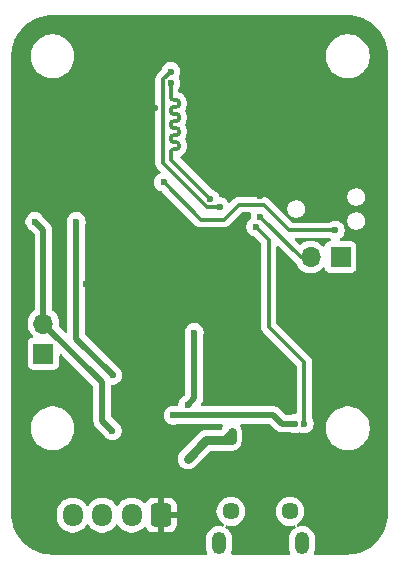
<source format=gbl>
G04 #@! TF.GenerationSoftware,KiCad,Pcbnew,9.0.0*
G04 #@! TF.CreationDate,2025-04-03T01:17:14-07:00*
G04 #@! TF.ProjectId,SDM25_IMU_STM32,53444d32-355f-4494-9d55-5f53544d3332,rev?*
G04 #@! TF.SameCoordinates,Original*
G04 #@! TF.FileFunction,Copper,L4,Bot*
G04 #@! TF.FilePolarity,Positive*
%FSLAX46Y46*%
G04 Gerber Fmt 4.6, Leading zero omitted, Abs format (unit mm)*
G04 Created by KiCad (PCBNEW 9.0.0) date 2025-04-03 01:17:14*
%MOMM*%
%LPD*%
G01*
G04 APERTURE LIST*
G04 Aperture macros list*
%AMRoundRect*
0 Rectangle with rounded corners*
0 $1 Rounding radius*
0 $2 $3 $4 $5 $6 $7 $8 $9 X,Y pos of 4 corners*
0 Add a 4 corners polygon primitive as box body*
4,1,4,$2,$3,$4,$5,$6,$7,$8,$9,$2,$3,0*
0 Add four circle primitives for the rounded corners*
1,1,$1+$1,$2,$3*
1,1,$1+$1,$4,$5*
1,1,$1+$1,$6,$7*
1,1,$1+$1,$8,$9*
0 Add four rect primitives between the rounded corners*
20,1,$1+$1,$2,$3,$4,$5,0*
20,1,$1+$1,$4,$5,$6,$7,0*
20,1,$1+$1,$6,$7,$8,$9,0*
20,1,$1+$1,$8,$9,$2,$3,0*%
G04 Aperture macros list end*
G04 #@! TA.AperFunction,ComponentPad*
%ADD10O,1.200000X1.900000*%
G04 #@! TD*
G04 #@! TA.AperFunction,ComponentPad*
%ADD11C,1.450000*%
G04 #@! TD*
G04 #@! TA.AperFunction,ComponentPad*
%ADD12R,1.700000X1.700000*%
G04 #@! TD*
G04 #@! TA.AperFunction,ComponentPad*
%ADD13O,1.700000X1.700000*%
G04 #@! TD*
G04 #@! TA.AperFunction,ComponentPad*
%ADD14RoundRect,0.250000X0.600000X0.725000X-0.600000X0.725000X-0.600000X-0.725000X0.600000X-0.725000X0*%
G04 #@! TD*
G04 #@! TA.AperFunction,ComponentPad*
%ADD15O,1.700000X1.950000*%
G04 #@! TD*
G04 #@! TA.AperFunction,ViaPad*
%ADD16C,0.600000*%
G04 #@! TD*
G04 #@! TA.AperFunction,ViaPad*
%ADD17C,0.700000*%
G04 #@! TD*
G04 #@! TA.AperFunction,Conductor*
%ADD18C,0.500000*%
G04 #@! TD*
G04 #@! TA.AperFunction,Conductor*
%ADD19C,0.300000*%
G04 #@! TD*
G04 #@! TA.AperFunction,Conductor*
%ADD20C,0.750000*%
G04 #@! TD*
G04 APERTURE END LIST*
D10*
X101100000Y-126237500D03*
D11*
X102100000Y-123537500D03*
X107100000Y-123537500D03*
D10*
X108100000Y-126237500D03*
D12*
X111375000Y-102000000D03*
D13*
X108835000Y-102000000D03*
D14*
X96200000Y-123850000D03*
D15*
X93700000Y-123850000D03*
X91200000Y-123850000D03*
X88700000Y-123850000D03*
D12*
X86225000Y-110175000D03*
D13*
X86225000Y-107635000D03*
D16*
X107500000Y-116100000D03*
X97200000Y-115400000D03*
X108300003Y-116100000D03*
X104200000Y-99450000D03*
X101900000Y-85100000D03*
X95000000Y-102000000D03*
X91000000Y-85000000D03*
X84250000Y-102750000D03*
X97000000Y-98000000D03*
X91700000Y-93100000D03*
X91000000Y-83500000D03*
X100550000Y-120150000D03*
X91000000Y-84250000D03*
X96000000Y-103000000D03*
X85000000Y-102750000D03*
D17*
X103800000Y-106600000D03*
X105968170Y-112575000D03*
D16*
X95150000Y-119550000D03*
X85000000Y-101950000D03*
X95000000Y-103000000D03*
X104950000Y-85050000D03*
X100000000Y-91950000D03*
X105900000Y-120100000D03*
X101500000Y-92650000D03*
X112750000Y-89650000D03*
X112000000Y-89650000D03*
D17*
X104868170Y-112575000D03*
D16*
X84250000Y-102000000D03*
X111250000Y-89650000D03*
X99850000Y-120150000D03*
X97000000Y-99000000D03*
X91750000Y-85000000D03*
X95700000Y-89420000D03*
X104600000Y-96800000D03*
X95000000Y-99000000D03*
X89800938Y-104263080D03*
D17*
X106600000Y-106600000D03*
X109868170Y-108975000D03*
D16*
X92400000Y-93100000D03*
X91750000Y-83450000D03*
X95150000Y-88850000D03*
X94450000Y-119550000D03*
X97000000Y-102000000D03*
X100750000Y-92650000D03*
X110700000Y-103800000D03*
X97000000Y-103000000D03*
X101500000Y-91950000D03*
X100750000Y-91950000D03*
D17*
X110700000Y-108975000D03*
D16*
X104900000Y-85900000D03*
X104950000Y-84250000D03*
X96000000Y-99000000D03*
X111250000Y-88950000D03*
X85000000Y-103500000D03*
X96000000Y-98000000D03*
X105900000Y-120850000D03*
X91750000Y-84250000D03*
X112560000Y-100240000D03*
X96000000Y-102000000D03*
X84250000Y-103500000D03*
X95000000Y-98000000D03*
X112750000Y-88950000D03*
X96800000Y-111500000D03*
X106900000Y-103100000D03*
X112000000Y-88950000D03*
X100000000Y-92650000D03*
X104600000Y-98590000D03*
X100350000Y-97100000D03*
X97000000Y-87300000D03*
X89000000Y-99000000D03*
X92100000Y-112000000D03*
X99000000Y-108394239D03*
X102150000Y-117525000D03*
X98450000Y-119100000D03*
X98450000Y-114500000D03*
X102150000Y-116825000D03*
X92050000Y-116700000D03*
X85500000Y-99000000D03*
X101150000Y-97750000D03*
X97000000Y-86300000D03*
X96390000Y-95660000D03*
X110930000Y-99740000D03*
D18*
X99000000Y-113950000D02*
X99000000Y-108394239D01*
X98450000Y-114500000D02*
X99000000Y-113950000D01*
X97200000Y-115400000D02*
X105700000Y-115400000D01*
X105700000Y-115400000D02*
X106400000Y-116100000D01*
X106400000Y-116100000D02*
X107500000Y-116100000D01*
D19*
X108300003Y-110900003D02*
X105300000Y-107900000D01*
X105300000Y-100550000D02*
X104200000Y-99450000D01*
X108300003Y-116100000D02*
X108300003Y-110900003D01*
X105300000Y-107900000D02*
X105300000Y-100550000D01*
X108010000Y-102000000D02*
X108835000Y-102000000D01*
X104600000Y-98590000D02*
X108010000Y-102000000D01*
X97710000Y-90130000D02*
X97710000Y-90250000D01*
X97470000Y-91690000D02*
X97240000Y-91690000D01*
X97240000Y-92290000D02*
X97470000Y-92290000D01*
X97240000Y-91090000D02*
X97470000Y-91090000D01*
X97000000Y-93750000D02*
X97350000Y-94100000D01*
X97470000Y-90490000D02*
X97240000Y-90490000D01*
X97240000Y-89890000D02*
X97470000Y-89890000D01*
X97470000Y-89290000D02*
X97240000Y-89290000D01*
X97710000Y-88930000D02*
X97710000Y-89050000D01*
X97240000Y-88690000D02*
X97470000Y-88690000D01*
X97710000Y-91330000D02*
X97710000Y-91450000D01*
X97470000Y-92890000D02*
X97240000Y-92890000D01*
X97000000Y-89530000D02*
X97000000Y-89650000D01*
X97710000Y-92530000D02*
X97710000Y-92650000D01*
X97000000Y-90730000D02*
X97000000Y-90850000D01*
X97000000Y-93130000D02*
X97000000Y-93250000D01*
X97350000Y-94100000D02*
X100350000Y-97100000D01*
X97000000Y-87300000D02*
X97000000Y-88450000D01*
X97000000Y-91930000D02*
X97000000Y-92050000D01*
X97000000Y-93250000D02*
X97000000Y-93750000D01*
X97470000Y-91090000D02*
G75*
G02*
X97710000Y-91330000I0J-240000D01*
G01*
X97000000Y-88450000D02*
G75*
G03*
X97240000Y-88690000I240000J0D01*
G01*
X97710000Y-92650000D02*
G75*
G02*
X97470000Y-92890000I-240000J0D01*
G01*
X97000000Y-90850000D02*
G75*
G03*
X97240000Y-91090000I240000J0D01*
G01*
X97000000Y-89650000D02*
G75*
G03*
X97240000Y-89890000I240000J0D01*
G01*
X97710000Y-91450000D02*
G75*
G02*
X97470000Y-91690000I-240000J0D01*
G01*
X97710000Y-89050000D02*
G75*
G02*
X97470000Y-89290000I-240000J0D01*
G01*
X97240000Y-89290000D02*
G75*
G03*
X97000000Y-89530000I0J-240000D01*
G01*
X97470000Y-92290000D02*
G75*
G02*
X97710000Y-92530000I0J-240000D01*
G01*
X97710000Y-90250000D02*
G75*
G02*
X97470000Y-90490000I-240000J0D01*
G01*
X97000000Y-92050000D02*
G75*
G03*
X97240000Y-92290000I240000J0D01*
G01*
X97240000Y-90490000D02*
G75*
G03*
X97000000Y-90730000I0J-240000D01*
G01*
X97470000Y-88690000D02*
G75*
G02*
X97710000Y-88930000I0J-240000D01*
G01*
X97240000Y-92890000D02*
G75*
G03*
X97000000Y-93130000I0J-240000D01*
G01*
X97470000Y-89890000D02*
G75*
G02*
X97710000Y-90130000I0J-240000D01*
G01*
X97240000Y-91690000D02*
G75*
G03*
X97000000Y-91930000I0J-240000D01*
G01*
D18*
X92100000Y-112000000D02*
X89000000Y-108900000D01*
X89000000Y-108900000D02*
X89000000Y-99000000D01*
D20*
X100025000Y-117525000D02*
X98450000Y-119100000D01*
D18*
X101450000Y-117525000D02*
X102150000Y-116825000D01*
D20*
X102150000Y-117525000D02*
X100025000Y-117525000D01*
D18*
X100025000Y-117525000D02*
X101450000Y-117525000D01*
D20*
X102150000Y-116825000D02*
X102150000Y-117525000D01*
D18*
X86225000Y-107635000D02*
X86225000Y-99725000D01*
X91200000Y-112610000D02*
X86225000Y-107635000D01*
X86225000Y-99725000D02*
X85500000Y-99000000D01*
X91200000Y-115850000D02*
X92050000Y-116700000D01*
X91200000Y-115850000D02*
X91200000Y-112610000D01*
D19*
X96350000Y-94019239D02*
X100080761Y-97750000D01*
X96350000Y-86950000D02*
X96350000Y-94019239D01*
X100080761Y-97750000D02*
X101150000Y-97750000D01*
X97000000Y-86300000D02*
X96350000Y-86950000D01*
X107050000Y-99740000D02*
X104880000Y-97570000D01*
X102750000Y-97570000D02*
X101470000Y-98850000D01*
X101470000Y-98850000D02*
X99580000Y-98850000D01*
X99580000Y-98850000D02*
X96390000Y-95660000D01*
X110930000Y-99740000D02*
X107050000Y-99740000D01*
X104880000Y-97570000D02*
X102750000Y-97570000D01*
G04 #@! TA.AperFunction,Conductor*
G36*
X111903032Y-81500648D02*
G01*
X112236929Y-81517052D01*
X112249037Y-81518245D01*
X112352146Y-81533539D01*
X112576699Y-81566849D01*
X112588617Y-81569219D01*
X112909951Y-81649709D01*
X112921588Y-81653240D01*
X112992806Y-81678722D01*
X113233467Y-81764832D01*
X113244688Y-81769479D01*
X113544163Y-81911120D01*
X113554871Y-81916844D01*
X113838988Y-82087137D01*
X113849106Y-82093897D01*
X114115170Y-82291224D01*
X114124576Y-82298944D01*
X114370013Y-82521395D01*
X114378604Y-82529986D01*
X114565755Y-82736475D01*
X114601055Y-82775423D01*
X114608775Y-82784829D01*
X114806102Y-83050893D01*
X114812862Y-83061011D01*
X114978149Y-83336777D01*
X114983148Y-83345116D01*
X114988883Y-83355844D01*
X115037229Y-83458064D01*
X115130514Y-83655297D01*
X115135170Y-83666540D01*
X115246759Y-83978411D01*
X115250292Y-83990055D01*
X115330777Y-84311369D01*
X115333151Y-84323305D01*
X115381754Y-84650962D01*
X115382947Y-84663071D01*
X115399351Y-84996966D01*
X115399500Y-85003051D01*
X115399500Y-123696948D01*
X115399351Y-123703033D01*
X115382947Y-124036928D01*
X115381754Y-124049037D01*
X115333151Y-124376694D01*
X115330777Y-124388630D01*
X115250292Y-124709944D01*
X115246759Y-124721588D01*
X115135170Y-125033459D01*
X115130514Y-125044702D01*
X114988885Y-125344151D01*
X114983148Y-125354883D01*
X114812862Y-125638988D01*
X114806102Y-125649106D01*
X114608775Y-125915170D01*
X114601055Y-125924576D01*
X114378611Y-126170006D01*
X114370006Y-126178611D01*
X114124576Y-126401055D01*
X114115170Y-126408775D01*
X113849106Y-126606102D01*
X113838988Y-126612862D01*
X113554883Y-126783148D01*
X113544151Y-126788885D01*
X113244702Y-126930514D01*
X113233459Y-126935170D01*
X112921588Y-127046759D01*
X112909944Y-127050292D01*
X112588630Y-127130777D01*
X112576694Y-127133151D01*
X112249037Y-127181754D01*
X112236928Y-127182947D01*
X111921989Y-127198419D01*
X111903031Y-127199351D01*
X111896949Y-127199500D01*
X109225640Y-127199500D01*
X109158601Y-127179815D01*
X109112846Y-127127011D01*
X109102902Y-127057853D01*
X109115155Y-127019206D01*
X109119870Y-127009950D01*
X109119873Y-127009945D01*
X109173402Y-126845201D01*
X109200500Y-126674111D01*
X109200500Y-125800889D01*
X109173402Y-125629799D01*
X109119873Y-125465055D01*
X109041232Y-125310712D01*
X108939414Y-125170572D01*
X108816928Y-125048086D01*
X108676788Y-124946268D01*
X108522445Y-124867627D01*
X108357701Y-124814098D01*
X108357699Y-124814097D01*
X108357698Y-124814097D01*
X108226271Y-124793281D01*
X108186611Y-124787000D01*
X108013389Y-124787000D01*
X107981192Y-124792099D01*
X107842301Y-124814097D01*
X107842299Y-124814097D01*
X107827207Y-124819001D01*
X107757366Y-124820993D01*
X107697535Y-124784909D01*
X107666710Y-124722207D01*
X107674678Y-124652793D01*
X107718909Y-124598706D01*
X107732591Y-124590588D01*
X107742302Y-124585641D01*
X107898359Y-124472259D01*
X108034759Y-124335859D01*
X108148141Y-124179802D01*
X108235715Y-124007929D01*
X108295324Y-123824472D01*
X108325500Y-123633949D01*
X108325500Y-123441051D01*
X108295324Y-123250528D01*
X108235715Y-123067071D01*
X108148141Y-122895198D01*
X108034759Y-122739141D01*
X107898359Y-122602741D01*
X107742302Y-122489359D01*
X107570429Y-122401785D01*
X107386972Y-122342176D01*
X107386970Y-122342175D01*
X107386969Y-122342175D01*
X107240614Y-122318995D01*
X107196449Y-122312000D01*
X107003551Y-122312000D01*
X106967697Y-122317678D01*
X106813030Y-122342175D01*
X106629568Y-122401786D01*
X106457697Y-122489359D01*
X106398066Y-122532684D01*
X106301641Y-122602741D01*
X106301639Y-122602743D01*
X106301638Y-122602743D01*
X106165243Y-122739138D01*
X106165243Y-122739139D01*
X106165241Y-122739141D01*
X106116756Y-122805875D01*
X106051859Y-122895197D01*
X105964286Y-123067068D01*
X105904675Y-123250530D01*
X105879615Y-123408757D01*
X105874500Y-123441051D01*
X105874500Y-123633949D01*
X105881495Y-123678114D01*
X105904675Y-123824469D01*
X105904676Y-123824472D01*
X105964285Y-124007929D01*
X106051859Y-124179802D01*
X106165241Y-124335859D01*
X106301641Y-124472259D01*
X106457698Y-124585641D01*
X106629571Y-124673215D01*
X106813028Y-124732824D01*
X107003551Y-124763000D01*
X107003552Y-124763000D01*
X107196448Y-124763000D01*
X107196449Y-124763000D01*
X107386972Y-124732824D01*
X107422020Y-124721435D01*
X107491858Y-124719440D01*
X107551691Y-124755520D01*
X107582520Y-124818221D01*
X107574556Y-124887635D01*
X107530328Y-124941725D01*
X107525132Y-124945090D01*
X107523223Y-124946259D01*
X107442223Y-125005110D01*
X107383072Y-125048086D01*
X107383070Y-125048088D01*
X107383069Y-125048088D01*
X107260588Y-125170569D01*
X107260588Y-125170570D01*
X107260586Y-125170572D01*
X107219912Y-125226555D01*
X107158768Y-125310711D01*
X107080128Y-125465052D01*
X107026597Y-125629802D01*
X106999500Y-125800889D01*
X106999500Y-126674110D01*
X107026597Y-126845197D01*
X107080129Y-127009950D01*
X107084845Y-127019206D01*
X107097741Y-127087875D01*
X107071464Y-127152615D01*
X107014358Y-127192872D01*
X106974360Y-127199500D01*
X102225640Y-127199500D01*
X102158601Y-127179815D01*
X102112846Y-127127011D01*
X102102902Y-127057853D01*
X102115155Y-127019206D01*
X102119870Y-127009950D01*
X102119873Y-127009945D01*
X102173402Y-126845201D01*
X102200500Y-126674111D01*
X102200500Y-125800889D01*
X102173402Y-125629799D01*
X102119873Y-125465055D01*
X102041232Y-125310712D01*
X101939414Y-125170572D01*
X101816928Y-125048086D01*
X101746858Y-124997177D01*
X101676786Y-124946266D01*
X101674874Y-124945095D01*
X101674299Y-124944460D01*
X101672846Y-124943404D01*
X101673067Y-124943098D01*
X101627998Y-124893284D01*
X101616575Y-124824354D01*
X101644231Y-124760191D01*
X101702187Y-124721166D01*
X101772040Y-124719669D01*
X101777952Y-124721427D01*
X101813028Y-124732824D01*
X102003551Y-124763000D01*
X102003552Y-124763000D01*
X102196448Y-124763000D01*
X102196449Y-124763000D01*
X102386972Y-124732824D01*
X102570429Y-124673215D01*
X102742302Y-124585641D01*
X102898359Y-124472259D01*
X103034759Y-124335859D01*
X103148141Y-124179802D01*
X103235715Y-124007929D01*
X103295324Y-123824472D01*
X103325500Y-123633949D01*
X103325500Y-123441051D01*
X103295324Y-123250528D01*
X103235715Y-123067071D01*
X103148141Y-122895198D01*
X103034759Y-122739141D01*
X102898359Y-122602741D01*
X102742302Y-122489359D01*
X102570429Y-122401785D01*
X102386972Y-122342176D01*
X102386970Y-122342175D01*
X102386969Y-122342175D01*
X102240614Y-122318995D01*
X102196449Y-122312000D01*
X102003551Y-122312000D01*
X101967697Y-122317678D01*
X101813030Y-122342175D01*
X101629568Y-122401786D01*
X101457697Y-122489359D01*
X101398066Y-122532684D01*
X101301641Y-122602741D01*
X101301639Y-122602743D01*
X101301638Y-122602743D01*
X101165243Y-122739138D01*
X101165243Y-122739139D01*
X101165241Y-122739141D01*
X101116756Y-122805875D01*
X101051859Y-122895197D01*
X100964286Y-123067068D01*
X100904675Y-123250530D01*
X100879615Y-123408757D01*
X100874500Y-123441051D01*
X100874500Y-123633949D01*
X100881495Y-123678114D01*
X100904675Y-123824469D01*
X100904676Y-123824472D01*
X100964285Y-124007929D01*
X101051859Y-124179802D01*
X101165241Y-124335859D01*
X101301641Y-124472259D01*
X101457698Y-124585641D01*
X101467394Y-124590581D01*
X101518192Y-124638553D01*
X101534990Y-124706373D01*
X101512456Y-124772509D01*
X101457742Y-124815963D01*
X101388222Y-124822938D01*
X101372790Y-124819000D01*
X101357703Y-124814098D01*
X101357698Y-124814097D01*
X101226271Y-124793281D01*
X101186611Y-124787000D01*
X101013389Y-124787000D01*
X100973728Y-124793281D01*
X100842302Y-124814097D01*
X100677552Y-124867628D01*
X100523211Y-124946268D01*
X100443256Y-125004359D01*
X100383072Y-125048086D01*
X100383070Y-125048088D01*
X100383069Y-125048088D01*
X100260588Y-125170569D01*
X100260588Y-125170570D01*
X100260586Y-125170572D01*
X100219912Y-125226555D01*
X100158768Y-125310711D01*
X100080128Y-125465052D01*
X100026597Y-125629802D01*
X99999500Y-125800889D01*
X99999500Y-126674110D01*
X100026597Y-126845197D01*
X100080129Y-127009950D01*
X100084845Y-127019206D01*
X100097741Y-127087875D01*
X100071464Y-127152615D01*
X100014358Y-127192872D01*
X99974360Y-127199500D01*
X87003051Y-127199500D01*
X86996968Y-127199351D01*
X86976900Y-127198365D01*
X86663071Y-127182947D01*
X86650962Y-127181754D01*
X86323305Y-127133151D01*
X86311369Y-127130777D01*
X85990055Y-127050292D01*
X85978411Y-127046759D01*
X85666540Y-126935170D01*
X85655301Y-126930515D01*
X85355844Y-126788883D01*
X85345121Y-126783150D01*
X85061011Y-126612862D01*
X85050893Y-126606102D01*
X84784829Y-126408775D01*
X84775423Y-126401055D01*
X84736475Y-126365755D01*
X84529986Y-126178604D01*
X84521395Y-126170013D01*
X84298944Y-125924576D01*
X84291224Y-125915170D01*
X84093897Y-125649106D01*
X84087137Y-125638988D01*
X84081631Y-125629802D01*
X83916844Y-125354871D01*
X83911120Y-125344163D01*
X83769479Y-125044688D01*
X83764829Y-125033459D01*
X83754685Y-125005109D01*
X83687008Y-124815963D01*
X83653240Y-124721588D01*
X83649707Y-124709944D01*
X83640507Y-124673215D01*
X83569219Y-124388617D01*
X83566848Y-124376694D01*
X83554378Y-124292630D01*
X83518245Y-124049037D01*
X83517052Y-124036927D01*
X83515627Y-124007929D01*
X83500649Y-123703032D01*
X83500500Y-123696948D01*
X83500500Y-123618713D01*
X87349500Y-123618713D01*
X87349500Y-124081287D01*
X87382754Y-124291243D01*
X87412476Y-124382719D01*
X87448444Y-124493414D01*
X87544951Y-124682820D01*
X87669890Y-124854786D01*
X87820213Y-125005109D01*
X87992179Y-125130048D01*
X87992181Y-125130049D01*
X87992184Y-125130051D01*
X88181588Y-125226557D01*
X88383757Y-125292246D01*
X88593713Y-125325500D01*
X88593714Y-125325500D01*
X88806286Y-125325500D01*
X88806287Y-125325500D01*
X89016243Y-125292246D01*
X89218412Y-125226557D01*
X89407816Y-125130051D01*
X89429789Y-125114086D01*
X89579786Y-125005109D01*
X89579788Y-125005106D01*
X89579792Y-125005104D01*
X89730104Y-124854792D01*
X89849683Y-124690204D01*
X89905011Y-124647540D01*
X89974624Y-124641561D01*
X90036420Y-124674166D01*
X90050313Y-124690199D01*
X90145340Y-124820993D01*
X90169896Y-124854792D01*
X90320213Y-125005109D01*
X90492179Y-125130048D01*
X90492181Y-125130049D01*
X90492184Y-125130051D01*
X90681588Y-125226557D01*
X90883757Y-125292246D01*
X91093713Y-125325500D01*
X91093714Y-125325500D01*
X91306286Y-125325500D01*
X91306287Y-125325500D01*
X91516243Y-125292246D01*
X91718412Y-125226557D01*
X91907816Y-125130051D01*
X91929789Y-125114086D01*
X92079786Y-125005109D01*
X92079788Y-125005106D01*
X92079792Y-125005104D01*
X92230104Y-124854792D01*
X92349683Y-124690204D01*
X92405011Y-124647540D01*
X92474624Y-124641561D01*
X92536420Y-124674166D01*
X92550313Y-124690199D01*
X92645340Y-124820993D01*
X92669896Y-124854792D01*
X92820213Y-125005109D01*
X92992179Y-125130048D01*
X92992181Y-125130049D01*
X92992184Y-125130051D01*
X93181588Y-125226557D01*
X93383757Y-125292246D01*
X93593713Y-125325500D01*
X93593714Y-125325500D01*
X93806286Y-125325500D01*
X93806287Y-125325500D01*
X94016243Y-125292246D01*
X94218412Y-125226557D01*
X94407816Y-125130051D01*
X94525290Y-125044702D01*
X94579784Y-125005110D01*
X94579784Y-125005109D01*
X94579792Y-125005104D01*
X94718967Y-124865928D01*
X94780286Y-124832446D01*
X94849978Y-124837430D01*
X94905912Y-124879301D01*
X94912184Y-124888515D01*
X95007684Y-125043345D01*
X95131654Y-125167315D01*
X95280875Y-125259356D01*
X95280880Y-125259358D01*
X95447302Y-125314505D01*
X95447309Y-125314506D01*
X95550019Y-125324999D01*
X95949999Y-125324999D01*
X95950000Y-125324998D01*
X95950000Y-124254145D01*
X96016657Y-124292630D01*
X96137465Y-124325000D01*
X96262535Y-124325000D01*
X96383343Y-124292630D01*
X96450000Y-124254145D01*
X96450000Y-125324999D01*
X96849972Y-125324999D01*
X96849986Y-125324998D01*
X96952697Y-125314505D01*
X97119119Y-125259358D01*
X97119124Y-125259356D01*
X97268345Y-125167315D01*
X97392315Y-125043345D01*
X97484356Y-124894124D01*
X97484358Y-124894119D01*
X97539505Y-124727697D01*
X97539506Y-124727690D01*
X97549999Y-124624986D01*
X97550000Y-124624973D01*
X97550000Y-124100000D01*
X96604146Y-124100000D01*
X96642630Y-124033343D01*
X96675000Y-123912535D01*
X96675000Y-123787465D01*
X96642630Y-123666657D01*
X96604146Y-123600000D01*
X97549999Y-123600000D01*
X97549999Y-123075028D01*
X97549998Y-123075013D01*
X97539505Y-122972302D01*
X97484358Y-122805880D01*
X97484356Y-122805875D01*
X97392315Y-122656654D01*
X97268345Y-122532684D01*
X97119124Y-122440643D01*
X97119119Y-122440641D01*
X96952697Y-122385494D01*
X96952690Y-122385493D01*
X96849986Y-122375000D01*
X96450000Y-122375000D01*
X96450000Y-123445854D01*
X96383343Y-123407370D01*
X96262535Y-123375000D01*
X96137465Y-123375000D01*
X96016657Y-123407370D01*
X95950000Y-123445854D01*
X95950000Y-122375000D01*
X95550028Y-122375000D01*
X95550012Y-122375001D01*
X95447302Y-122385494D01*
X95280880Y-122440641D01*
X95280875Y-122440643D01*
X95131654Y-122532684D01*
X95007683Y-122656655D01*
X95007680Y-122656659D01*
X94912183Y-122811484D01*
X94860235Y-122858209D01*
X94791273Y-122869430D01*
X94727191Y-122841587D01*
X94718964Y-122834068D01*
X94579786Y-122694890D01*
X94407820Y-122569951D01*
X94218414Y-122473444D01*
X94218413Y-122473443D01*
X94218412Y-122473443D01*
X94016243Y-122407754D01*
X94016241Y-122407753D01*
X94016240Y-122407753D01*
X93854957Y-122382208D01*
X93806287Y-122374500D01*
X93593713Y-122374500D01*
X93545042Y-122382208D01*
X93383760Y-122407753D01*
X93181585Y-122473444D01*
X92992179Y-122569951D01*
X92820213Y-122694890D01*
X92669894Y-122845209D01*
X92669890Y-122845214D01*
X92550318Y-123009793D01*
X92494989Y-123052459D01*
X92425375Y-123058438D01*
X92363580Y-123025833D01*
X92349682Y-123009793D01*
X92230109Y-122845214D01*
X92230105Y-122845209D01*
X92079786Y-122694890D01*
X91907820Y-122569951D01*
X91718414Y-122473444D01*
X91718413Y-122473443D01*
X91718412Y-122473443D01*
X91516243Y-122407754D01*
X91516241Y-122407753D01*
X91516240Y-122407753D01*
X91354957Y-122382208D01*
X91306287Y-122374500D01*
X91093713Y-122374500D01*
X91045042Y-122382208D01*
X90883760Y-122407753D01*
X90681585Y-122473444D01*
X90492179Y-122569951D01*
X90320213Y-122694890D01*
X90169894Y-122845209D01*
X90169890Y-122845214D01*
X90050318Y-123009793D01*
X89994989Y-123052459D01*
X89925375Y-123058438D01*
X89863580Y-123025833D01*
X89849682Y-123009793D01*
X89730109Y-122845214D01*
X89730105Y-122845209D01*
X89579786Y-122694890D01*
X89407820Y-122569951D01*
X89218414Y-122473444D01*
X89218413Y-122473443D01*
X89218412Y-122473443D01*
X89016243Y-122407754D01*
X89016241Y-122407753D01*
X89016240Y-122407753D01*
X88854957Y-122382208D01*
X88806287Y-122374500D01*
X88593713Y-122374500D01*
X88545042Y-122382208D01*
X88383760Y-122407753D01*
X88181585Y-122473444D01*
X87992179Y-122569951D01*
X87820213Y-122694890D01*
X87669890Y-122845213D01*
X87544951Y-123017179D01*
X87448444Y-123206585D01*
X87382753Y-123408760D01*
X87377639Y-123441051D01*
X87349500Y-123618713D01*
X83500500Y-123618713D01*
X83500500Y-116378711D01*
X85149500Y-116378711D01*
X85149500Y-116621288D01*
X85181161Y-116861785D01*
X85243947Y-117096104D01*
X85336773Y-117320205D01*
X85336776Y-117320212D01*
X85458064Y-117530289D01*
X85458066Y-117530292D01*
X85458067Y-117530293D01*
X85605733Y-117722736D01*
X85605739Y-117722743D01*
X85777256Y-117894260D01*
X85777263Y-117894266D01*
X85890321Y-117981018D01*
X85969711Y-118041936D01*
X86179788Y-118163224D01*
X86403900Y-118256054D01*
X86638211Y-118318838D01*
X86818586Y-118342584D01*
X86878711Y-118350500D01*
X86878712Y-118350500D01*
X87121289Y-118350500D01*
X87169388Y-118344167D01*
X87361789Y-118318838D01*
X87596100Y-118256054D01*
X87820212Y-118163224D01*
X88030289Y-118041936D01*
X88222738Y-117894265D01*
X88394265Y-117722738D01*
X88541936Y-117530289D01*
X88663224Y-117320212D01*
X88756054Y-117096100D01*
X88818838Y-116861789D01*
X88850500Y-116621288D01*
X88850500Y-116378712D01*
X88818838Y-116138211D01*
X88756054Y-115903900D01*
X88663224Y-115679788D01*
X88541936Y-115469711D01*
X88394265Y-115277262D01*
X88394260Y-115277256D01*
X88222743Y-115105739D01*
X88222736Y-115105733D01*
X88030293Y-114958067D01*
X88030292Y-114958066D01*
X88030289Y-114958064D01*
X87820212Y-114836776D01*
X87772594Y-114817052D01*
X87596104Y-114743947D01*
X87361785Y-114681161D01*
X87121289Y-114649500D01*
X87121288Y-114649500D01*
X86878712Y-114649500D01*
X86878711Y-114649500D01*
X86638214Y-114681161D01*
X86403895Y-114743947D01*
X86179794Y-114836773D01*
X86179785Y-114836777D01*
X85969706Y-114958067D01*
X85777263Y-115105733D01*
X85777256Y-115105739D01*
X85605739Y-115277256D01*
X85605733Y-115277263D01*
X85458067Y-115469706D01*
X85336777Y-115679785D01*
X85336773Y-115679794D01*
X85243947Y-115903895D01*
X85181161Y-116138214D01*
X85149500Y-116378711D01*
X83500500Y-116378711D01*
X83500500Y-98921153D01*
X84699500Y-98921153D01*
X84699500Y-99078846D01*
X84730261Y-99233489D01*
X84730264Y-99233501D01*
X84790602Y-99379172D01*
X84790609Y-99379185D01*
X84878210Y-99510288D01*
X84878213Y-99510292D01*
X84989710Y-99621789D01*
X85082051Y-99683489D01*
X85120821Y-99709394D01*
X85144475Y-99719191D01*
X85184703Y-99746071D01*
X85438181Y-99999549D01*
X85471666Y-100060872D01*
X85474500Y-100087230D01*
X85474500Y-106447779D01*
X85454815Y-106514818D01*
X85423385Y-106548097D01*
X85345211Y-106604893D01*
X85345205Y-106604898D01*
X85194890Y-106755213D01*
X85069951Y-106927179D01*
X84973444Y-107116585D01*
X84907753Y-107318760D01*
X84874500Y-107528713D01*
X84874500Y-107741286D01*
X84907752Y-107951234D01*
X84907753Y-107951239D01*
X84907754Y-107951243D01*
X84951577Y-108086117D01*
X84973444Y-108153414D01*
X85069951Y-108342820D01*
X85194890Y-108514786D01*
X85308430Y-108628326D01*
X85341915Y-108689649D01*
X85336931Y-108759341D01*
X85295059Y-108815274D01*
X85264083Y-108832189D01*
X85132669Y-108881203D01*
X85132664Y-108881206D01*
X85017455Y-108967452D01*
X85017452Y-108967455D01*
X84931206Y-109082664D01*
X84931202Y-109082671D01*
X84880908Y-109217517D01*
X84874501Y-109277116D01*
X84874500Y-109277135D01*
X84874500Y-111072870D01*
X84874501Y-111072876D01*
X84880908Y-111132483D01*
X84931202Y-111267328D01*
X84931206Y-111267335D01*
X85017452Y-111382544D01*
X85017455Y-111382547D01*
X85132664Y-111468793D01*
X85132671Y-111468797D01*
X85267517Y-111519091D01*
X85267516Y-111519091D01*
X85274444Y-111519835D01*
X85327127Y-111525500D01*
X87122872Y-111525499D01*
X87182483Y-111519091D01*
X87317331Y-111468796D01*
X87432546Y-111382546D01*
X87518796Y-111267331D01*
X87569091Y-111132483D01*
X87575500Y-111072873D01*
X87575499Y-110346228D01*
X87595183Y-110279190D01*
X87647987Y-110233435D01*
X87717146Y-110223491D01*
X87780702Y-110252516D01*
X87787180Y-110258548D01*
X90413181Y-112884548D01*
X90446666Y-112945871D01*
X90449500Y-112972229D01*
X90449500Y-115923918D01*
X90449500Y-115923920D01*
X90449499Y-115923920D01*
X90478340Y-116068907D01*
X90478343Y-116068917D01*
X90534912Y-116205488D01*
X90534918Y-116205499D01*
X90545664Y-116221580D01*
X90545666Y-116221585D01*
X90617046Y-116328414D01*
X90617052Y-116328421D01*
X91303927Y-117015295D01*
X91330806Y-117055521D01*
X91340606Y-117079179D01*
X91340607Y-117079181D01*
X91428207Y-117210284D01*
X91428213Y-117210292D01*
X91539707Y-117321786D01*
X91539711Y-117321789D01*
X91670814Y-117409390D01*
X91670827Y-117409397D01*
X91816498Y-117469735D01*
X91816503Y-117469737D01*
X91971153Y-117500499D01*
X91971156Y-117500500D01*
X91971158Y-117500500D01*
X92128844Y-117500500D01*
X92128845Y-117500499D01*
X92283497Y-117469737D01*
X92429179Y-117409394D01*
X92560289Y-117321789D01*
X92671789Y-117210289D01*
X92759394Y-117079179D01*
X92819737Y-116933497D01*
X92850500Y-116778842D01*
X92850500Y-116621158D01*
X92850500Y-116621155D01*
X92850499Y-116621153D01*
X92840251Y-116569633D01*
X92819737Y-116466503D01*
X92764645Y-116333497D01*
X92759397Y-116320827D01*
X92759390Y-116320814D01*
X92671789Y-116189711D01*
X92671786Y-116189707D01*
X92560292Y-116078213D01*
X92560284Y-116078207D01*
X92429181Y-115990607D01*
X92429179Y-115990606D01*
X92405521Y-115980806D01*
X92365295Y-115953927D01*
X91986819Y-115575451D01*
X91953334Y-115514128D01*
X91950500Y-115487770D01*
X91950500Y-112924500D01*
X91970185Y-112857461D01*
X92022989Y-112811706D01*
X92074500Y-112800500D01*
X92178844Y-112800500D01*
X92178845Y-112800499D01*
X92333497Y-112769737D01*
X92479179Y-112709394D01*
X92610289Y-112621789D01*
X92721789Y-112510289D01*
X92809394Y-112379179D01*
X92869737Y-112233497D01*
X92900500Y-112078842D01*
X92900500Y-111921158D01*
X92900500Y-111921155D01*
X92900499Y-111921153D01*
X92869738Y-111766510D01*
X92869737Y-111766503D01*
X92869735Y-111766498D01*
X92809397Y-111620827D01*
X92809390Y-111620814D01*
X92721789Y-111489711D01*
X92721786Y-111489707D01*
X92610292Y-111378213D01*
X92610288Y-111378210D01*
X92479185Y-111290609D01*
X92479175Y-111290604D01*
X92455523Y-111280807D01*
X92415295Y-111253927D01*
X89786819Y-108625451D01*
X89753334Y-108564128D01*
X89750500Y-108537770D01*
X89750500Y-99304604D01*
X89759939Y-99257151D01*
X89764317Y-99246581D01*
X89769737Y-99233497D01*
X89800500Y-99078842D01*
X89800500Y-98921158D01*
X89800500Y-98921155D01*
X89800499Y-98921153D01*
X89782013Y-98828217D01*
X89769737Y-98766503D01*
X89733824Y-98679800D01*
X89709397Y-98620827D01*
X89709390Y-98620814D01*
X89621789Y-98489711D01*
X89621786Y-98489707D01*
X89510292Y-98378213D01*
X89510288Y-98378210D01*
X89379185Y-98290609D01*
X89379172Y-98290602D01*
X89233501Y-98230264D01*
X89233489Y-98230261D01*
X89078845Y-98199500D01*
X89078842Y-98199500D01*
X88921158Y-98199500D01*
X88921155Y-98199500D01*
X88766510Y-98230261D01*
X88766498Y-98230264D01*
X88620827Y-98290602D01*
X88620814Y-98290609D01*
X88489711Y-98378210D01*
X88489707Y-98378213D01*
X88378213Y-98489707D01*
X88378210Y-98489711D01*
X88290609Y-98620814D01*
X88290602Y-98620827D01*
X88230264Y-98766498D01*
X88230261Y-98766510D01*
X88199500Y-98921153D01*
X88199500Y-99078846D01*
X88230261Y-99233489D01*
X88230263Y-99233497D01*
X88240061Y-99257151D01*
X88249500Y-99304604D01*
X88249500Y-108298770D01*
X88229815Y-108365809D01*
X88177011Y-108411564D01*
X88107853Y-108421508D01*
X88044297Y-108392483D01*
X88037819Y-108386451D01*
X87595175Y-107943807D01*
X87561690Y-107882484D01*
X87560383Y-107836728D01*
X87575500Y-107741285D01*
X87575500Y-107528713D01*
X87542246Y-107318760D01*
X87542246Y-107318757D01*
X87476557Y-107116588D01*
X87380051Y-106927184D01*
X87380049Y-106927181D01*
X87380048Y-106927179D01*
X87255109Y-106755213D01*
X87104794Y-106604898D01*
X87104788Y-106604893D01*
X87026615Y-106548097D01*
X86983949Y-106492767D01*
X86975500Y-106447779D01*
X86975500Y-99651079D01*
X86946659Y-99506092D01*
X86946658Y-99506091D01*
X86946658Y-99506087D01*
X86890084Y-99369505D01*
X86845827Y-99303269D01*
X86845827Y-99303268D01*
X86807950Y-99246581D01*
X86807947Y-99246578D01*
X86246071Y-98684703D01*
X86219191Y-98644475D01*
X86209394Y-98620821D01*
X86192088Y-98594921D01*
X86121789Y-98489710D01*
X86010292Y-98378213D01*
X86010288Y-98378210D01*
X85879185Y-98290609D01*
X85879172Y-98290602D01*
X85733501Y-98230264D01*
X85733489Y-98230261D01*
X85578845Y-98199500D01*
X85578842Y-98199500D01*
X85421158Y-98199500D01*
X85421155Y-98199500D01*
X85266510Y-98230261D01*
X85266498Y-98230264D01*
X85120827Y-98290602D01*
X85120814Y-98290609D01*
X84989711Y-98378210D01*
X84989707Y-98378213D01*
X84878213Y-98489707D01*
X84878210Y-98489711D01*
X84790609Y-98620814D01*
X84790602Y-98620827D01*
X84730264Y-98766498D01*
X84730261Y-98766510D01*
X84699500Y-98921153D01*
X83500500Y-98921153D01*
X83500500Y-95581153D01*
X95589500Y-95581153D01*
X95589500Y-95738846D01*
X95620261Y-95893489D01*
X95620264Y-95893501D01*
X95680602Y-96039172D01*
X95680609Y-96039185D01*
X95768210Y-96170288D01*
X95768213Y-96170292D01*
X95879707Y-96281786D01*
X95879711Y-96281789D01*
X96010814Y-96369390D01*
X96010827Y-96369397D01*
X96098230Y-96405599D01*
X96156503Y-96429737D01*
X96223580Y-96443079D01*
X96285488Y-96475461D01*
X96287068Y-96477014D01*
X99165324Y-99355271D01*
X99165327Y-99355274D01*
X99254220Y-99414670D01*
X99271873Y-99426465D01*
X99390256Y-99475501D01*
X99390260Y-99475501D01*
X99390261Y-99475502D01*
X99515928Y-99500500D01*
X99515931Y-99500500D01*
X101534071Y-99500500D01*
X101618615Y-99483682D01*
X101659744Y-99475501D01*
X101778127Y-99426465D01*
X101795780Y-99414670D01*
X101795781Y-99414670D01*
X101863375Y-99369505D01*
X101884669Y-99355277D01*
X102983127Y-98256819D01*
X103044450Y-98223334D01*
X103070808Y-98220500D01*
X103706221Y-98220500D01*
X103773260Y-98240185D01*
X103819015Y-98292989D01*
X103828959Y-98362147D01*
X103827838Y-98368691D01*
X103799500Y-98511153D01*
X103799500Y-98668843D01*
X103800097Y-98674905D01*
X103797417Y-98675168D01*
X103792159Y-98733216D01*
X103749237Y-98788346D01*
X103745712Y-98790790D01*
X103689713Y-98828208D01*
X103689704Y-98828217D01*
X103578213Y-98939707D01*
X103578210Y-98939711D01*
X103490609Y-99070814D01*
X103490602Y-99070827D01*
X103430264Y-99216498D01*
X103430261Y-99216510D01*
X103399500Y-99371153D01*
X103399500Y-99528846D01*
X103430261Y-99683489D01*
X103430264Y-99683501D01*
X103490602Y-99829172D01*
X103490609Y-99829185D01*
X103578210Y-99960288D01*
X103578213Y-99960292D01*
X103689707Y-100071786D01*
X103689711Y-100071789D01*
X103820814Y-100159390D01*
X103820827Y-100159397D01*
X103908230Y-100195599D01*
X103966503Y-100219737D01*
X104033580Y-100233079D01*
X104095490Y-100265463D01*
X104097069Y-100267015D01*
X104613181Y-100783127D01*
X104646666Y-100844450D01*
X104649500Y-100870808D01*
X104649500Y-107964070D01*
X104673774Y-108086095D01*
X104673776Y-108086117D01*
X104673778Y-108086117D01*
X104674498Y-108089744D01*
X104723533Y-108208125D01*
X104794726Y-108314673D01*
X104794727Y-108314674D01*
X107613184Y-111133130D01*
X107646669Y-111194453D01*
X107649503Y-111220811D01*
X107649503Y-115175500D01*
X107629818Y-115242539D01*
X107577014Y-115288294D01*
X107525503Y-115299500D01*
X107421155Y-115299500D01*
X107266511Y-115330260D01*
X107266506Y-115330262D01*
X107266504Y-115330262D01*
X107266503Y-115330263D01*
X107242844Y-115340062D01*
X107195396Y-115349500D01*
X106762229Y-115349500D01*
X106695190Y-115329815D01*
X106674548Y-115313181D01*
X106178421Y-114817052D01*
X106178414Y-114817046D01*
X106104729Y-114767812D01*
X106104729Y-114767813D01*
X106055491Y-114734913D01*
X105918917Y-114678343D01*
X105918907Y-114678340D01*
X105773920Y-114649500D01*
X105773918Y-114649500D01*
X99661230Y-114649500D01*
X99594191Y-114629815D01*
X99548436Y-114577011D01*
X99538492Y-114507853D01*
X99567517Y-114444297D01*
X99573549Y-114437819D01*
X99582948Y-114428419D01*
X99582951Y-114428416D01*
X99665084Y-114305495D01*
X99721658Y-114168913D01*
X99731224Y-114120821D01*
X99750500Y-114023918D01*
X99750500Y-108698843D01*
X99759939Y-108651390D01*
X99769737Y-108627736D01*
X99800500Y-108473081D01*
X99800500Y-108315397D01*
X99800500Y-108315394D01*
X99800499Y-108315392D01*
X99797193Y-108298770D01*
X99769737Y-108160742D01*
X99738827Y-108086117D01*
X99709397Y-108015066D01*
X99709390Y-108015053D01*
X99621789Y-107883950D01*
X99621786Y-107883946D01*
X99510292Y-107772452D01*
X99510288Y-107772449D01*
X99379185Y-107684848D01*
X99379172Y-107684841D01*
X99233501Y-107624503D01*
X99233489Y-107624500D01*
X99078845Y-107593739D01*
X99078842Y-107593739D01*
X98921158Y-107593739D01*
X98921155Y-107593739D01*
X98766510Y-107624500D01*
X98766498Y-107624503D01*
X98620827Y-107684841D01*
X98620814Y-107684848D01*
X98489711Y-107772449D01*
X98489707Y-107772452D01*
X98378213Y-107883946D01*
X98378210Y-107883950D01*
X98290609Y-108015053D01*
X98290602Y-108015066D01*
X98230264Y-108160737D01*
X98230261Y-108160749D01*
X98199500Y-108315392D01*
X98199500Y-108473085D01*
X98230261Y-108627728D01*
X98230263Y-108627736D01*
X98240061Y-108651390D01*
X98249500Y-108698843D01*
X98249500Y-113587770D01*
X98240855Y-113617207D01*
X98234332Y-113647198D01*
X98230576Y-113652214D01*
X98229815Y-113654809D01*
X98213185Y-113675446D01*
X98134704Y-113753928D01*
X98094478Y-113780806D01*
X98070826Y-113790603D01*
X98070814Y-113790609D01*
X97939711Y-113878210D01*
X97939707Y-113878213D01*
X97828213Y-113989707D01*
X97828210Y-113989711D01*
X97740609Y-114120814D01*
X97740605Y-114120823D01*
X97680264Y-114266498D01*
X97680261Y-114266510D01*
X97649500Y-114421153D01*
X97649500Y-114525500D01*
X97646949Y-114534185D01*
X97648238Y-114543147D01*
X97637259Y-114567187D01*
X97629815Y-114592539D01*
X97622974Y-114598466D01*
X97619213Y-114606703D01*
X97596978Y-114620992D01*
X97577011Y-114638294D01*
X97566496Y-114640581D01*
X97560435Y-114644477D01*
X97525500Y-114649500D01*
X97504604Y-114649500D01*
X97457155Y-114640062D01*
X97433497Y-114630263D01*
X97433493Y-114630262D01*
X97433488Y-114630260D01*
X97278845Y-114599500D01*
X97278842Y-114599500D01*
X97121158Y-114599500D01*
X97121155Y-114599500D01*
X96966510Y-114630261D01*
X96966498Y-114630264D01*
X96820827Y-114690602D01*
X96820814Y-114690609D01*
X96689711Y-114778210D01*
X96689707Y-114778213D01*
X96578213Y-114889707D01*
X96578210Y-114889711D01*
X96490609Y-115020814D01*
X96490602Y-115020827D01*
X96430264Y-115166498D01*
X96430261Y-115166510D01*
X96399500Y-115321153D01*
X96399500Y-115478846D01*
X96430261Y-115633489D01*
X96430264Y-115633501D01*
X96490602Y-115779172D01*
X96490609Y-115779185D01*
X96578210Y-115910288D01*
X96578213Y-115910292D01*
X96689707Y-116021786D01*
X96689711Y-116021789D01*
X96820814Y-116109390D01*
X96820827Y-116109397D01*
X96920060Y-116150500D01*
X96966503Y-116169737D01*
X97121153Y-116200499D01*
X97121156Y-116200500D01*
X97121158Y-116200500D01*
X97278844Y-116200500D01*
X97278845Y-116200499D01*
X97355152Y-116185320D01*
X97433488Y-116169739D01*
X97433489Y-116169738D01*
X97433497Y-116169737D01*
X97457155Y-116159937D01*
X97504604Y-116150500D01*
X101315743Y-116150500D01*
X101382782Y-116170185D01*
X101428537Y-116222989D01*
X101438481Y-116292147D01*
X101418845Y-116343391D01*
X101374145Y-116410288D01*
X101374140Y-116410297D01*
X101306767Y-116572953D01*
X101262926Y-116627356D01*
X101196632Y-116649421D01*
X101192206Y-116649500D01*
X99938768Y-116649500D01*
X99769633Y-116683143D01*
X99769621Y-116683146D01*
X99610301Y-116749138D01*
X99610288Y-116749145D01*
X99466901Y-116844954D01*
X99466897Y-116844957D01*
X97769957Y-118541897D01*
X97769954Y-118541901D01*
X97674145Y-118685288D01*
X97674138Y-118685301D01*
X97608146Y-118844621D01*
X97608143Y-118844633D01*
X97574500Y-119013766D01*
X97574500Y-119186233D01*
X97608143Y-119355366D01*
X97608146Y-119355378D01*
X97674138Y-119514698D01*
X97674145Y-119514711D01*
X97769954Y-119658098D01*
X97769957Y-119658102D01*
X97891897Y-119780042D01*
X97891901Y-119780045D01*
X98035288Y-119875854D01*
X98035301Y-119875861D01*
X98194621Y-119941853D01*
X98194626Y-119941855D01*
X98363766Y-119975499D01*
X98363769Y-119975500D01*
X98363771Y-119975500D01*
X98536231Y-119975500D01*
X98536232Y-119975499D01*
X98705374Y-119941855D01*
X98864705Y-119875858D01*
X99008099Y-119780045D01*
X100351325Y-118436819D01*
X100412648Y-118403334D01*
X100439006Y-118400500D01*
X102236231Y-118400500D01*
X102236232Y-118400499D01*
X102405374Y-118366855D01*
X102564705Y-118300858D01*
X102708099Y-118205045D01*
X102830045Y-118083099D01*
X102925858Y-117939705D01*
X102991855Y-117780374D01*
X103025500Y-117611229D01*
X103025500Y-116738771D01*
X103025500Y-116738768D01*
X103025499Y-116738766D01*
X103022121Y-116721786D01*
X102991855Y-116569626D01*
X102949138Y-116466498D01*
X102925861Y-116410301D01*
X102925854Y-116410288D01*
X102881155Y-116343391D01*
X102860277Y-116276713D01*
X102878762Y-116209333D01*
X102930741Y-116162643D01*
X102984257Y-116150500D01*
X105337770Y-116150500D01*
X105404809Y-116170185D01*
X105425451Y-116186819D01*
X105648921Y-116410288D01*
X105817048Y-116578415D01*
X105817049Y-116578416D01*
X105888054Y-116649421D01*
X105921585Y-116682952D01*
X106044498Y-116765080D01*
X106044511Y-116765087D01*
X106151469Y-116809390D01*
X106181087Y-116821658D01*
X106181091Y-116821658D01*
X106181092Y-116821659D01*
X106326079Y-116850500D01*
X106326082Y-116850500D01*
X107195396Y-116850500D01*
X107242844Y-116859937D01*
X107266503Y-116869737D01*
X107266508Y-116869738D01*
X107266511Y-116869739D01*
X107421153Y-116900499D01*
X107421156Y-116900500D01*
X107421158Y-116900500D01*
X107578844Y-116900500D01*
X107578845Y-116900499D01*
X107733497Y-116869737D01*
X107852550Y-116820423D01*
X107922017Y-116812955D01*
X107947450Y-116820422D01*
X108066506Y-116869737D01*
X108221156Y-116900499D01*
X108221159Y-116900500D01*
X108221161Y-116900500D01*
X108378847Y-116900500D01*
X108378848Y-116900499D01*
X108533500Y-116869737D01*
X108679182Y-116809394D01*
X108810292Y-116721789D01*
X108921792Y-116610289D01*
X109009397Y-116479179D01*
X109051012Y-116378711D01*
X110149500Y-116378711D01*
X110149500Y-116621288D01*
X110181161Y-116861785D01*
X110243947Y-117096104D01*
X110336773Y-117320205D01*
X110336776Y-117320212D01*
X110458064Y-117530289D01*
X110458066Y-117530292D01*
X110458067Y-117530293D01*
X110605733Y-117722736D01*
X110605739Y-117722743D01*
X110777256Y-117894260D01*
X110777263Y-117894266D01*
X110890321Y-117981018D01*
X110969711Y-118041936D01*
X111179788Y-118163224D01*
X111403900Y-118256054D01*
X111638211Y-118318838D01*
X111818586Y-118342584D01*
X111878711Y-118350500D01*
X111878712Y-118350500D01*
X112121289Y-118350500D01*
X112169388Y-118344167D01*
X112361789Y-118318838D01*
X112596100Y-118256054D01*
X112820212Y-118163224D01*
X113030289Y-118041936D01*
X113222738Y-117894265D01*
X113394265Y-117722738D01*
X113541936Y-117530289D01*
X113663224Y-117320212D01*
X113756054Y-117096100D01*
X113818838Y-116861789D01*
X113850500Y-116621288D01*
X113850500Y-116378712D01*
X113818838Y-116138211D01*
X113756054Y-115903900D01*
X113663224Y-115679788D01*
X113541936Y-115469711D01*
X113394265Y-115277262D01*
X113394260Y-115277256D01*
X113222743Y-115105739D01*
X113222736Y-115105733D01*
X113030293Y-114958067D01*
X113030292Y-114958066D01*
X113030289Y-114958064D01*
X112820212Y-114836776D01*
X112772594Y-114817052D01*
X112596104Y-114743947D01*
X112361785Y-114681161D01*
X112121289Y-114649500D01*
X112121288Y-114649500D01*
X111878712Y-114649500D01*
X111878711Y-114649500D01*
X111638214Y-114681161D01*
X111403895Y-114743947D01*
X111179794Y-114836773D01*
X111179785Y-114836777D01*
X110969706Y-114958067D01*
X110777263Y-115105733D01*
X110777256Y-115105739D01*
X110605739Y-115277256D01*
X110605733Y-115277263D01*
X110458067Y-115469706D01*
X110336777Y-115679785D01*
X110336773Y-115679794D01*
X110243947Y-115903895D01*
X110181161Y-116138214D01*
X110149500Y-116378711D01*
X109051012Y-116378711D01*
X109069740Y-116333497D01*
X109100503Y-116178842D01*
X109100503Y-116021158D01*
X109100503Y-116021155D01*
X109100502Y-116021153D01*
X109081161Y-115923920D01*
X109069740Y-115866503D01*
X109033572Y-115779185D01*
X109009400Y-115720828D01*
X109009399Y-115720827D01*
X109009397Y-115720821D01*
X108971399Y-115663953D01*
X108950523Y-115597276D01*
X108950503Y-115595064D01*
X108950503Y-110835931D01*
X108925505Y-110710264D01*
X108925504Y-110710263D01*
X108925504Y-110710259D01*
X108876468Y-110591876D01*
X108805280Y-110485334D01*
X108805278Y-110485332D01*
X108805276Y-110485329D01*
X105986819Y-107666872D01*
X105953334Y-107605549D01*
X105950500Y-107579191D01*
X105950500Y-101159808D01*
X105970185Y-101092769D01*
X106022989Y-101047014D01*
X106092147Y-101037070D01*
X106155703Y-101066095D01*
X106162181Y-101072127D01*
X107550348Y-102460294D01*
X107580596Y-102509652D01*
X107583442Y-102518411D01*
X107679951Y-102707820D01*
X107804890Y-102879786D01*
X107955213Y-103030109D01*
X108127179Y-103155048D01*
X108127181Y-103155049D01*
X108127184Y-103155051D01*
X108316588Y-103251557D01*
X108518757Y-103317246D01*
X108728713Y-103350500D01*
X108728714Y-103350500D01*
X108941286Y-103350500D01*
X108941287Y-103350500D01*
X109151243Y-103317246D01*
X109353412Y-103251557D01*
X109542816Y-103155051D01*
X109714792Y-103030104D01*
X109828329Y-102916566D01*
X109889648Y-102883084D01*
X109959340Y-102888068D01*
X110015274Y-102929939D01*
X110032189Y-102960917D01*
X110081202Y-103092328D01*
X110081206Y-103092335D01*
X110167452Y-103207544D01*
X110167455Y-103207547D01*
X110282664Y-103293793D01*
X110282671Y-103293797D01*
X110417517Y-103344091D01*
X110417516Y-103344091D01*
X110424444Y-103344835D01*
X110477127Y-103350500D01*
X112272872Y-103350499D01*
X112332483Y-103344091D01*
X112467331Y-103293796D01*
X112582546Y-103207546D01*
X112668796Y-103092331D01*
X112719091Y-102957483D01*
X112725500Y-102897873D01*
X112725499Y-101102128D01*
X112719091Y-101042517D01*
X112717810Y-101039083D01*
X112668797Y-100907671D01*
X112668793Y-100907664D01*
X112582547Y-100792455D01*
X112582544Y-100792452D01*
X112467335Y-100706206D01*
X112467328Y-100706202D01*
X112332482Y-100655908D01*
X112332483Y-100655908D01*
X112272883Y-100649501D01*
X112272881Y-100649500D01*
X112272873Y-100649500D01*
X112272865Y-100649500D01*
X111418472Y-100649500D01*
X111351433Y-100629815D01*
X111305678Y-100577011D01*
X111295734Y-100507853D01*
X111324759Y-100444297D01*
X111349582Y-100422398D01*
X111401285Y-100387850D01*
X111440289Y-100361789D01*
X111551789Y-100250289D01*
X111639394Y-100119179D01*
X111699737Y-99973497D01*
X111730500Y-99818842D01*
X111730500Y-99661158D01*
X111730500Y-99661155D01*
X111730499Y-99661153D01*
X111720506Y-99610916D01*
X111699737Y-99506503D01*
X111699563Y-99506082D01*
X111639397Y-99360827D01*
X111639390Y-99360814D01*
X111551789Y-99229711D01*
X111551786Y-99229707D01*
X111440292Y-99118213D01*
X111440288Y-99118210D01*
X111309185Y-99030609D01*
X111309172Y-99030602D01*
X111199110Y-98985014D01*
X111163501Y-98970264D01*
X111163489Y-98970261D01*
X111008845Y-98939500D01*
X111008842Y-98939500D01*
X110851158Y-98939500D01*
X110851155Y-98939500D01*
X110696510Y-98970261D01*
X110696498Y-98970264D01*
X110550827Y-99030602D01*
X110550820Y-99030606D01*
X110521928Y-99049911D01*
X110493955Y-99068602D01*
X110427279Y-99089480D01*
X110425065Y-99089500D01*
X107370808Y-99089500D01*
X107303769Y-99069815D01*
X107283127Y-99053181D01*
X107106486Y-98876540D01*
X111954200Y-98876540D01*
X111954200Y-99023459D01*
X111982858Y-99167534D01*
X111982861Y-99167544D01*
X112039078Y-99303266D01*
X112039083Y-99303275D01*
X112120698Y-99425419D01*
X112120701Y-99425423D01*
X112224576Y-99529298D01*
X112224580Y-99529301D01*
X112346724Y-99610916D01*
X112346730Y-99610919D01*
X112346731Y-99610920D01*
X112482458Y-99667140D01*
X112626540Y-99695799D01*
X112626544Y-99695800D01*
X112626545Y-99695800D01*
X112773456Y-99695800D01*
X112773457Y-99695799D01*
X112917542Y-99667140D01*
X113053269Y-99610920D01*
X113175420Y-99529301D01*
X113279301Y-99425420D01*
X113360920Y-99303269D01*
X113417140Y-99167542D01*
X113445800Y-99023455D01*
X113445800Y-98876545D01*
X113417140Y-98732458D01*
X113360920Y-98596731D01*
X113360919Y-98596730D01*
X113360916Y-98596724D01*
X113279301Y-98474580D01*
X113279298Y-98474576D01*
X113175423Y-98370701D01*
X113175419Y-98370698D01*
X113053275Y-98289083D01*
X113053266Y-98289078D01*
X112917544Y-98232861D01*
X112917545Y-98232861D01*
X112917542Y-98232860D01*
X112917538Y-98232859D01*
X112917534Y-98232858D01*
X112773459Y-98204200D01*
X112773455Y-98204200D01*
X112626545Y-98204200D01*
X112626540Y-98204200D01*
X112482465Y-98232858D01*
X112482455Y-98232861D01*
X112346733Y-98289078D01*
X112346724Y-98289083D01*
X112224580Y-98370698D01*
X112224576Y-98370701D01*
X112120701Y-98474576D01*
X112120698Y-98474580D01*
X112039083Y-98596724D01*
X112039078Y-98596733D01*
X111982861Y-98732455D01*
X111982858Y-98732465D01*
X111954200Y-98876540D01*
X107106486Y-98876540D01*
X106172081Y-97942134D01*
X106090487Y-97860540D01*
X106874200Y-97860540D01*
X106874200Y-98007459D01*
X106902858Y-98151534D01*
X106902861Y-98151544D01*
X106959078Y-98287266D01*
X106959083Y-98287275D01*
X107040698Y-98409419D01*
X107040701Y-98409423D01*
X107144576Y-98513298D01*
X107144580Y-98513301D01*
X107266724Y-98594916D01*
X107266730Y-98594919D01*
X107266731Y-98594920D01*
X107402458Y-98651140D01*
X107521936Y-98674905D01*
X107546540Y-98679799D01*
X107546544Y-98679800D01*
X107546545Y-98679800D01*
X107693456Y-98679800D01*
X107693457Y-98679799D01*
X107837542Y-98651140D01*
X107973269Y-98594920D01*
X108095420Y-98513301D01*
X108199301Y-98409420D01*
X108280920Y-98287269D01*
X108337140Y-98151542D01*
X108365800Y-98007455D01*
X108365800Y-97860545D01*
X108337140Y-97716458D01*
X108280920Y-97580731D01*
X108280919Y-97580730D01*
X108280916Y-97580724D01*
X108199301Y-97458580D01*
X108199298Y-97458576D01*
X108095423Y-97354701D01*
X108095419Y-97354698D01*
X107973275Y-97273083D01*
X107973266Y-97273078D01*
X107837544Y-97216861D01*
X107837545Y-97216861D01*
X107837542Y-97216860D01*
X107837538Y-97216859D01*
X107837534Y-97216858D01*
X107693459Y-97188200D01*
X107693455Y-97188200D01*
X107546545Y-97188200D01*
X107546540Y-97188200D01*
X107402465Y-97216858D01*
X107402455Y-97216861D01*
X107266733Y-97273078D01*
X107266724Y-97273083D01*
X107144580Y-97354698D01*
X107144576Y-97354701D01*
X107040701Y-97458576D01*
X107040698Y-97458580D01*
X106959083Y-97580724D01*
X106959078Y-97580733D01*
X106902861Y-97716455D01*
X106902858Y-97716465D01*
X106874200Y-97860540D01*
X106090487Y-97860540D01*
X105294673Y-97064726D01*
X105294669Y-97064723D01*
X105188127Y-96993535D01*
X105183115Y-96991459D01*
X105090301Y-96953014D01*
X105090299Y-96953013D01*
X105069748Y-96944500D01*
X105069738Y-96944497D01*
X104944071Y-96919500D01*
X104944069Y-96919500D01*
X102685931Y-96919500D01*
X102685929Y-96919500D01*
X102560261Y-96944497D01*
X102560255Y-96944499D01*
X102441870Y-96993535D01*
X102335331Y-97064722D01*
X102335324Y-97064728D01*
X102034261Y-97365791D01*
X101972938Y-97399276D01*
X101903246Y-97394292D01*
X101847313Y-97352420D01*
X101843478Y-97347001D01*
X101771789Y-97239710D01*
X101660292Y-97128213D01*
X101660288Y-97128210D01*
X101529185Y-97040609D01*
X101529172Y-97040602D01*
X101383501Y-96980264D01*
X101383489Y-96980261D01*
X101228847Y-96949500D01*
X101224782Y-96949100D01*
X101159995Y-96922939D01*
X101123594Y-96871498D01*
X101122068Y-96872131D01*
X101110640Y-96844540D01*
X111954200Y-96844540D01*
X111954200Y-96991459D01*
X111982858Y-97135534D01*
X111982861Y-97135544D01*
X112039078Y-97271266D01*
X112039083Y-97271275D01*
X112120698Y-97393419D01*
X112120701Y-97393423D01*
X112224576Y-97497298D01*
X112224580Y-97497301D01*
X112346724Y-97578916D01*
X112346730Y-97578919D01*
X112346731Y-97578920D01*
X112482458Y-97635140D01*
X112626540Y-97663799D01*
X112626544Y-97663800D01*
X112626545Y-97663800D01*
X112773456Y-97663800D01*
X112773457Y-97663799D01*
X112917542Y-97635140D01*
X113053269Y-97578920D01*
X113175420Y-97497301D01*
X113279301Y-97393420D01*
X113360920Y-97271269D01*
X113417140Y-97135542D01*
X113445800Y-96991455D01*
X113445800Y-96844545D01*
X113417140Y-96700458D01*
X113360920Y-96564731D01*
X113360919Y-96564730D01*
X113360916Y-96564724D01*
X113279301Y-96442580D01*
X113279298Y-96442576D01*
X113175423Y-96338701D01*
X113175419Y-96338698D01*
X113053275Y-96257083D01*
X113053266Y-96257078D01*
X112917544Y-96200861D01*
X112917545Y-96200861D01*
X112917542Y-96200860D01*
X112917538Y-96200859D01*
X112917534Y-96200858D01*
X112773459Y-96172200D01*
X112773455Y-96172200D01*
X112626545Y-96172200D01*
X112626540Y-96172200D01*
X112482465Y-96200858D01*
X112482455Y-96200861D01*
X112346733Y-96257078D01*
X112346724Y-96257083D01*
X112224580Y-96338698D01*
X112224576Y-96338701D01*
X112120701Y-96442576D01*
X112120698Y-96442580D01*
X112039083Y-96564724D01*
X112039078Y-96564733D01*
X111982861Y-96700455D01*
X111982858Y-96700465D01*
X111954200Y-96844540D01*
X101110640Y-96844540D01*
X101059397Y-96720827D01*
X101059390Y-96720814D01*
X100971789Y-96589711D01*
X100971786Y-96589707D01*
X100860292Y-96478213D01*
X100860288Y-96478210D01*
X100729185Y-96390609D01*
X100729172Y-96390602D01*
X100583501Y-96330264D01*
X100583489Y-96330261D01*
X100516420Y-96316920D01*
X100454509Y-96284535D01*
X100452930Y-96282984D01*
X97823126Y-93653180D01*
X97789641Y-93591857D01*
X97794625Y-93522165D01*
X97836497Y-93466232D01*
X97863354Y-93450938D01*
X97891812Y-93439150D01*
X97964246Y-93390750D01*
X98037661Y-93341697D01*
X98161697Y-93217661D01*
X98259151Y-93071810D01*
X98326279Y-92909749D01*
X98360500Y-92737707D01*
X98360500Y-92650000D01*
X98360500Y-92576706D01*
X98360500Y-92465931D01*
X98360500Y-92442293D01*
X98326279Y-92270251D01*
X98259151Y-92108190D01*
X98226210Y-92058891D01*
X98205332Y-91992215D01*
X98223816Y-91924835D01*
X98226211Y-91921108D01*
X98259146Y-91871817D01*
X98259151Y-91871810D01*
X98326279Y-91709749D01*
X98360500Y-91537707D01*
X98360500Y-91450000D01*
X98360500Y-91376706D01*
X98360500Y-91265931D01*
X98360500Y-91242293D01*
X98326279Y-91070251D01*
X98259151Y-90908190D01*
X98226210Y-90858891D01*
X98205332Y-90792215D01*
X98223816Y-90724835D01*
X98226211Y-90721108D01*
X98259146Y-90671817D01*
X98259151Y-90671810D01*
X98326279Y-90509749D01*
X98360500Y-90337707D01*
X98360500Y-90250000D01*
X98360500Y-90176706D01*
X98360500Y-90065931D01*
X98360500Y-90042293D01*
X98326279Y-89870251D01*
X98259151Y-89708190D01*
X98226210Y-89658891D01*
X98205332Y-89592215D01*
X98223816Y-89524835D01*
X98226211Y-89521108D01*
X98259146Y-89471817D01*
X98259151Y-89471810D01*
X98326279Y-89309749D01*
X98360500Y-89137707D01*
X98360500Y-89050000D01*
X98360500Y-88976706D01*
X98360500Y-88865931D01*
X98360500Y-88842293D01*
X98326279Y-88670251D01*
X98259151Y-88508190D01*
X98259150Y-88508187D01*
X98161700Y-88362343D01*
X98161694Y-88362335D01*
X98037664Y-88238305D01*
X98037656Y-88238299D01*
X97891811Y-88140849D01*
X97727047Y-88072601D01*
X97711481Y-88060057D01*
X97693297Y-88051753D01*
X97684832Y-88038582D01*
X97672644Y-88028760D01*
X97666331Y-88009793D01*
X97655523Y-87992975D01*
X97651560Y-87965412D01*
X97650579Y-87962465D01*
X97650500Y-87958040D01*
X97650500Y-87804935D01*
X97670185Y-87737896D01*
X97671366Y-87736090D01*
X97709394Y-87679179D01*
X97769737Y-87533497D01*
X97800500Y-87378842D01*
X97800500Y-87221158D01*
X97800500Y-87221155D01*
X97800499Y-87221153D01*
X97769738Y-87066510D01*
X97769737Y-87066503D01*
X97709394Y-86920821D01*
X97674694Y-86868889D01*
X97653816Y-86802215D01*
X97672300Y-86734835D01*
X97674676Y-86731136D01*
X97709394Y-86679179D01*
X97769737Y-86533497D01*
X97800500Y-86378842D01*
X97800500Y-86221158D01*
X97800500Y-86221155D01*
X97800499Y-86221153D01*
X97769738Y-86066510D01*
X97769738Y-86066508D01*
X97769737Y-86066503D01*
X97769735Y-86066498D01*
X97709397Y-85920827D01*
X97709390Y-85920814D01*
X97621789Y-85789711D01*
X97621786Y-85789707D01*
X97510292Y-85678213D01*
X97510288Y-85678210D01*
X97379185Y-85590609D01*
X97379172Y-85590602D01*
X97233501Y-85530264D01*
X97233489Y-85530261D01*
X97078845Y-85499500D01*
X97078842Y-85499500D01*
X96921158Y-85499500D01*
X96921155Y-85499500D01*
X96766510Y-85530261D01*
X96766498Y-85530264D01*
X96620827Y-85590602D01*
X96620814Y-85590609D01*
X96489711Y-85678210D01*
X96489707Y-85678213D01*
X96378213Y-85789707D01*
X96378210Y-85789711D01*
X96290609Y-85920814D01*
X96290602Y-85920827D01*
X96230264Y-86066498D01*
X96230261Y-86066508D01*
X96216920Y-86133579D01*
X96184535Y-86195490D01*
X96182984Y-86197068D01*
X95844725Y-86535328D01*
X95844722Y-86535332D01*
X95807789Y-86590605D01*
X95807790Y-86590606D01*
X95773534Y-86641874D01*
X95724499Y-86760255D01*
X95724497Y-86760261D01*
X95699500Y-86885928D01*
X95699500Y-86885931D01*
X95699500Y-94083308D01*
X95699500Y-94083310D01*
X95699499Y-94083310D01*
X95724497Y-94208977D01*
X95724499Y-94208983D01*
X95773534Y-94327364D01*
X95844726Y-94433912D01*
X95844727Y-94433913D01*
X96127508Y-94716693D01*
X96160993Y-94778016D01*
X96156009Y-94847707D01*
X96114138Y-94903641D01*
X96087280Y-94918935D01*
X96010824Y-94950604D01*
X96010814Y-94950609D01*
X95879711Y-95038210D01*
X95879707Y-95038213D01*
X95768213Y-95149707D01*
X95768210Y-95149711D01*
X95680609Y-95280814D01*
X95680602Y-95280827D01*
X95620264Y-95426498D01*
X95620261Y-95426510D01*
X95589500Y-95581153D01*
X83500500Y-95581153D01*
X83500500Y-85003051D01*
X83500649Y-84996966D01*
X83506459Y-84878711D01*
X85149500Y-84878711D01*
X85149500Y-85121288D01*
X85181161Y-85361785D01*
X85243947Y-85596104D01*
X85277957Y-85678210D01*
X85336776Y-85820212D01*
X85458064Y-86030289D01*
X85458066Y-86030292D01*
X85458067Y-86030293D01*
X85605733Y-86222736D01*
X85605739Y-86222743D01*
X85777256Y-86394260D01*
X85777262Y-86394265D01*
X85969711Y-86541936D01*
X86179788Y-86663224D01*
X86403900Y-86756054D01*
X86638211Y-86818838D01*
X86818586Y-86842584D01*
X86878711Y-86850500D01*
X86878712Y-86850500D01*
X87121289Y-86850500D01*
X87169388Y-86844167D01*
X87361789Y-86818838D01*
X87596100Y-86756054D01*
X87820212Y-86663224D01*
X88030289Y-86541936D01*
X88222738Y-86394265D01*
X88394265Y-86222738D01*
X88541936Y-86030289D01*
X88663224Y-85820212D01*
X88756054Y-85596100D01*
X88818838Y-85361789D01*
X88850500Y-85121288D01*
X88850500Y-84878712D01*
X88850500Y-84878711D01*
X110149500Y-84878711D01*
X110149500Y-85121288D01*
X110181161Y-85361785D01*
X110243947Y-85596104D01*
X110277957Y-85678210D01*
X110336776Y-85820212D01*
X110458064Y-86030289D01*
X110458066Y-86030292D01*
X110458067Y-86030293D01*
X110605733Y-86222736D01*
X110605739Y-86222743D01*
X110777256Y-86394260D01*
X110777262Y-86394265D01*
X110969711Y-86541936D01*
X111179788Y-86663224D01*
X111403900Y-86756054D01*
X111638211Y-86818838D01*
X111818586Y-86842584D01*
X111878711Y-86850500D01*
X111878712Y-86850500D01*
X112121289Y-86850500D01*
X112169388Y-86844167D01*
X112361789Y-86818838D01*
X112596100Y-86756054D01*
X112820212Y-86663224D01*
X113030289Y-86541936D01*
X113222738Y-86394265D01*
X113394265Y-86222738D01*
X113541936Y-86030289D01*
X113663224Y-85820212D01*
X113756054Y-85596100D01*
X113818838Y-85361789D01*
X113850500Y-85121288D01*
X113850500Y-84878712D01*
X113849164Y-84868567D01*
X113822111Y-84663072D01*
X113818838Y-84638211D01*
X113756054Y-84403900D01*
X113663224Y-84179788D01*
X113541936Y-83969711D01*
X113394265Y-83777262D01*
X113394260Y-83777256D01*
X113222743Y-83605739D01*
X113222736Y-83605733D01*
X113030293Y-83458067D01*
X113030292Y-83458066D01*
X113030289Y-83458064D01*
X112820212Y-83336776D01*
X112820205Y-83336773D01*
X112596104Y-83243947D01*
X112361785Y-83181161D01*
X112121289Y-83149500D01*
X112121288Y-83149500D01*
X111878712Y-83149500D01*
X111878711Y-83149500D01*
X111638214Y-83181161D01*
X111403895Y-83243947D01*
X111179794Y-83336773D01*
X111179785Y-83336777D01*
X110969706Y-83458067D01*
X110777263Y-83605733D01*
X110777256Y-83605739D01*
X110605739Y-83777256D01*
X110605733Y-83777263D01*
X110458067Y-83969706D01*
X110336777Y-84179785D01*
X110336773Y-84179794D01*
X110243947Y-84403895D01*
X110181161Y-84638214D01*
X110149500Y-84878711D01*
X88850500Y-84878711D01*
X88849164Y-84868567D01*
X88822111Y-84663072D01*
X88818838Y-84638211D01*
X88756054Y-84403900D01*
X88663224Y-84179788D01*
X88541936Y-83969711D01*
X88394265Y-83777262D01*
X88394260Y-83777256D01*
X88222743Y-83605739D01*
X88222736Y-83605733D01*
X88030293Y-83458067D01*
X88030292Y-83458066D01*
X88030289Y-83458064D01*
X87820212Y-83336776D01*
X87820205Y-83336773D01*
X87596104Y-83243947D01*
X87361785Y-83181161D01*
X87121289Y-83149500D01*
X87121288Y-83149500D01*
X86878712Y-83149500D01*
X86878711Y-83149500D01*
X86638214Y-83181161D01*
X86403895Y-83243947D01*
X86179794Y-83336773D01*
X86179785Y-83336777D01*
X85969706Y-83458067D01*
X85777263Y-83605733D01*
X85777256Y-83605739D01*
X85605739Y-83777256D01*
X85605733Y-83777263D01*
X85458067Y-83969706D01*
X85336777Y-84179785D01*
X85336773Y-84179794D01*
X85243947Y-84403895D01*
X85181161Y-84638214D01*
X85149500Y-84878711D01*
X83506459Y-84878711D01*
X83506957Y-84868568D01*
X83506957Y-84868567D01*
X83517052Y-84663072D01*
X83518245Y-84650962D01*
X83520136Y-84638211D01*
X83566849Y-84323296D01*
X83569218Y-84311385D01*
X83649710Y-83990043D01*
X83653240Y-83978411D01*
X83725212Y-83777263D01*
X83764835Y-83666525D01*
X83769476Y-83655318D01*
X83911124Y-83355828D01*
X83916840Y-83345136D01*
X84087145Y-83060998D01*
X84093888Y-83050905D01*
X84291232Y-82784818D01*
X84298935Y-82775433D01*
X84521405Y-82529975D01*
X84529975Y-82521405D01*
X84775433Y-82298935D01*
X84784818Y-82291232D01*
X85050905Y-82093888D01*
X85060998Y-82087145D01*
X85345136Y-81916840D01*
X85355828Y-81911124D01*
X85655318Y-81769476D01*
X85666525Y-81764835D01*
X85978412Y-81653239D01*
X85990043Y-81649710D01*
X86311385Y-81569218D01*
X86323296Y-81566849D01*
X86650962Y-81518244D01*
X86663068Y-81517052D01*
X86996967Y-81500648D01*
X87003051Y-81500500D01*
X87065892Y-81500500D01*
X111834108Y-81500500D01*
X111896949Y-81500500D01*
X111903032Y-81500648D01*
G37*
G04 #@! TD.AperFunction*
G04 #@! TA.AperFunction,NonConductor*
G36*
X110492104Y-100410185D02*
G01*
X110493956Y-100411398D01*
X110514431Y-100425079D01*
X110559236Y-100478691D01*
X110567943Y-100548016D01*
X110537789Y-100611044D01*
X110478345Y-100647763D01*
X110458795Y-100651470D01*
X110417520Y-100655907D01*
X110282671Y-100706202D01*
X110282664Y-100706206D01*
X110167455Y-100792452D01*
X110167452Y-100792455D01*
X110081206Y-100907664D01*
X110081203Y-100907669D01*
X110032189Y-101039083D01*
X109990317Y-101095016D01*
X109924853Y-101119433D01*
X109856580Y-101104581D01*
X109828326Y-101083430D01*
X109714786Y-100969890D01*
X109542820Y-100844951D01*
X109353414Y-100748444D01*
X109353413Y-100748443D01*
X109353412Y-100748443D01*
X109151243Y-100682754D01*
X109151241Y-100682753D01*
X109151240Y-100682753D01*
X108989957Y-100657208D01*
X108941287Y-100649500D01*
X108728713Y-100649500D01*
X108680042Y-100657208D01*
X108518760Y-100682753D01*
X108316585Y-100748444D01*
X108127184Y-100844948D01*
X108008819Y-100930945D01*
X107943012Y-100954424D01*
X107874958Y-100938598D01*
X107848253Y-100918307D01*
X107532127Y-100602181D01*
X107498642Y-100540858D01*
X107503626Y-100471166D01*
X107545498Y-100415233D01*
X107610962Y-100390816D01*
X107619808Y-100390500D01*
X110425065Y-100390500D01*
X110492104Y-100410185D01*
G37*
G04 #@! TD.AperFunction*
M02*

</source>
